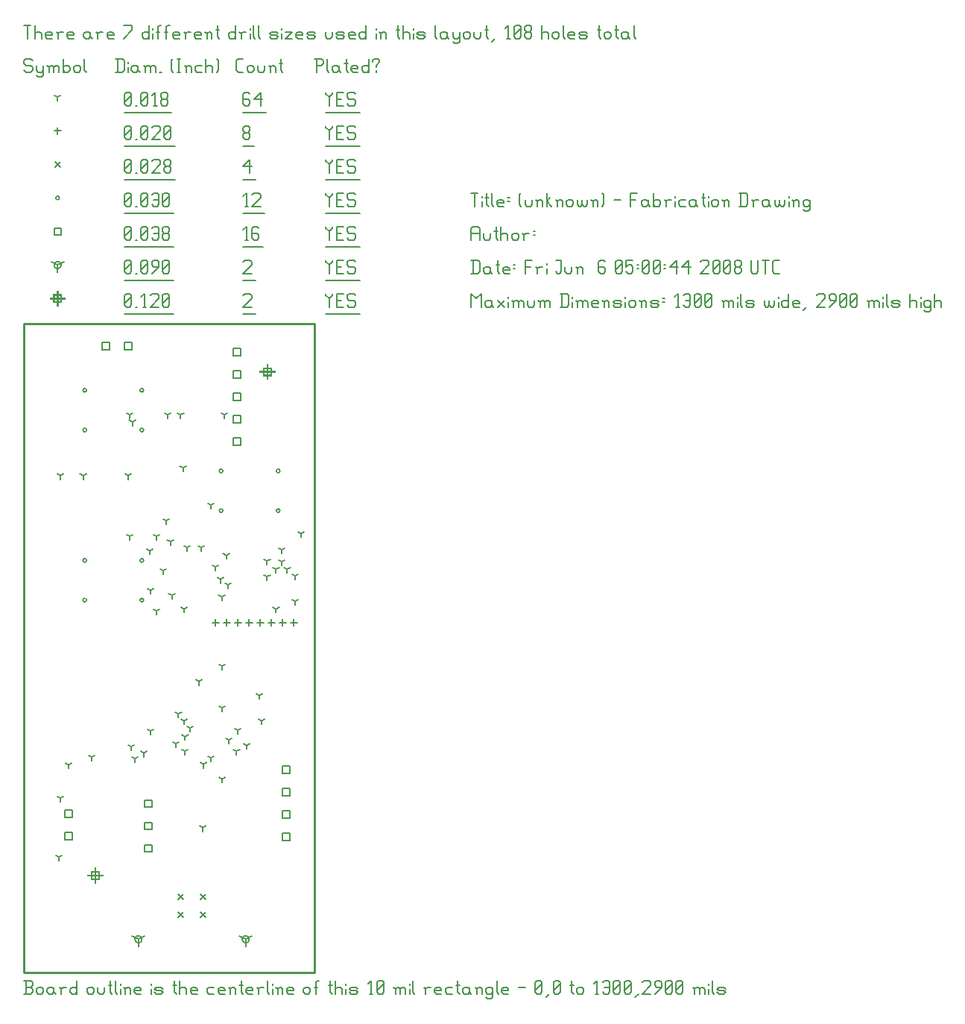
<source format=gbr>
G04 start of page 9 for group -3984 idx -3984
G04 Title: (unknown), fab *
G04 Creator: pcb 20080202 *
G04 CreationDate: Fri Jun  6 05:00:44 2008 UTC *
G04 For: sean *
G04 Format: Gerber/RS-274X *
G04 PCB-Dimensions: 130000 290000 *
G04 PCB-Coordinate-Origin: lower left *
%MOIN*%
%FSLAX24Y24*%
%LNFAB*%
%ADD11C,0.0100*%
%ADD50R,0.0080X0.0080*%
%ADD51C,0.0060*%
G54D50*X3190Y4660D02*Y4020D01*
X2870Y4340D02*X3510D01*
X3030Y4500D02*X3350D01*
X3030D02*Y4180D01*
X3350D01*
Y4500D02*Y4180D01*
X10890Y27170D02*Y26530D01*
X10570Y26850D02*X11210D01*
X10730Y27010D02*X11050D01*
X10730D02*Y26690D01*
X11050D01*
Y27010D02*Y26690D01*
X1500Y30445D02*Y29805D01*
X1180Y30125D02*X1820D01*
X1340Y30285D02*X1660D01*
X1340D02*Y29965D01*
X1660D01*
Y30285D02*Y29965D01*
G54D51*X13500Y30350D02*Y30275D01*
X13650Y30125D01*
X13800Y30275D01*
Y30350D02*Y30275D01*
X13650Y30125D02*Y29750D01*
X13980Y30050D02*X14205D01*
X13980Y29750D02*X14280D01*
X13980Y30350D02*Y29750D01*
Y30350D02*X14280D01*
X14760D02*X14835Y30275D01*
X14535Y30350D02*X14760D01*
X14460Y30275D02*X14535Y30350D01*
X14460Y30275D02*Y30125D01*
X14535Y30050D01*
X14760D01*
X14835Y29975D01*
Y29825D01*
X14760Y29750D02*X14835Y29825D01*
X14535Y29750D02*X14760D01*
X14460Y29825D02*X14535Y29750D01*
X13500Y29424D02*X15015D01*
X9800Y30275D02*X9875Y30350D01*
X10100D01*
X10175Y30275D01*
Y30125D01*
X9800Y29750D02*X10175Y30125D01*
X9800Y29750D02*X10175D01*
X9800Y29424D02*X10355D01*
X4500Y29825D02*X4575Y29750D01*
X4500Y30275D02*Y29825D01*
Y30275D02*X4575Y30350D01*
X4725D01*
X4800Y30275D01*
Y29825D01*
X4725Y29750D02*X4800Y29825D01*
X4575Y29750D02*X4725D01*
X4500Y29900D02*X4800Y30200D01*
X4980Y29750D02*X5055D01*
X5310D02*X5460D01*
X5385Y30350D02*Y29750D01*
X5235Y30200D02*X5385Y30350D01*
X5640Y30275D02*X5715Y30350D01*
X5940D01*
X6015Y30275D01*
Y30125D01*
X5640Y29750D02*X6015Y30125D01*
X5640Y29750D02*X6015D01*
X6195Y29825D02*X6270Y29750D01*
X6195Y30275D02*Y29825D01*
Y30275D02*X6270Y30350D01*
X6420D01*
X6495Y30275D01*
Y29825D01*
X6420Y29750D02*X6495Y29825D01*
X6270Y29750D02*X6420D01*
X6195Y29900D02*X6495Y30200D01*
X4500Y29424D02*X6675D01*
X9910Y1490D02*Y1170D01*
Y1490D02*X10187Y1650D01*
X9910Y1490D02*X9632Y1650D01*
X9750Y1490D02*G75*G03X10070Y1490I160J0D01*G01*
G75*G03X9750Y1490I-160J0D01*G01*
X5110D02*Y1170D01*
Y1490D02*X5387Y1650D01*
X5110Y1490D02*X4832Y1650D01*
X4950Y1490D02*G75*G03X5270Y1490I160J0D01*G01*
G75*G03X4950Y1490I-160J0D01*G01*
X1500Y31625D02*Y31305D01*
Y31625D02*X1777Y31785D01*
X1500Y31625D02*X1222Y31785D01*
X1340Y31625D02*G75*G03X1660Y31625I160J0D01*G01*
G75*G03X1340Y31625I-160J0D01*G01*
X13500Y31850D02*Y31775D01*
X13650Y31625D01*
X13800Y31775D01*
Y31850D02*Y31775D01*
X13650Y31625D02*Y31250D01*
X13980Y31550D02*X14205D01*
X13980Y31250D02*X14280D01*
X13980Y31850D02*Y31250D01*
Y31850D02*X14280D01*
X14760D02*X14835Y31775D01*
X14535Y31850D02*X14760D01*
X14460Y31775D02*X14535Y31850D01*
X14460Y31775D02*Y31625D01*
X14535Y31550D01*
X14760D01*
X14835Y31475D01*
Y31325D01*
X14760Y31250D02*X14835Y31325D01*
X14535Y31250D02*X14760D01*
X14460Y31325D02*X14535Y31250D01*
X13500Y30924D02*X15015D01*
X9800Y31775D02*X9875Y31850D01*
X10100D01*
X10175Y31775D01*
Y31625D01*
X9800Y31250D02*X10175Y31625D01*
X9800Y31250D02*X10175D01*
X9800Y30924D02*X10355D01*
X4500Y31325D02*X4575Y31250D01*
X4500Y31775D02*Y31325D01*
Y31775D02*X4575Y31850D01*
X4725D01*
X4800Y31775D01*
Y31325D01*
X4725Y31250D02*X4800Y31325D01*
X4575Y31250D02*X4725D01*
X4500Y31400D02*X4800Y31700D01*
X4980Y31250D02*X5055D01*
X5235Y31325D02*X5310Y31250D01*
X5235Y31775D02*Y31325D01*
Y31775D02*X5310Y31850D01*
X5460D01*
X5535Y31775D01*
Y31325D01*
X5460Y31250D02*X5535Y31325D01*
X5310Y31250D02*X5460D01*
X5235Y31400D02*X5535Y31700D01*
X5715Y31250D02*X6015Y31550D01*
Y31775D02*Y31550D01*
X5940Y31850D02*X6015Y31775D01*
X5790Y31850D02*X5940D01*
X5715Y31775D02*X5790Y31850D01*
X5715Y31775D02*Y31625D01*
X5790Y31550D01*
X6015D01*
X6195Y31325D02*X6270Y31250D01*
X6195Y31775D02*Y31325D01*
Y31775D02*X6270Y31850D01*
X6420D01*
X6495Y31775D01*
Y31325D01*
X6420Y31250D02*X6495Y31325D01*
X6270Y31250D02*X6420D01*
X6195Y31400D02*X6495Y31700D01*
X4500Y30924D02*X6675D01*
X5400Y7710D02*X5720D01*
X5400D02*Y7390D01*
X5720D01*
Y7710D02*Y7390D01*
X5400Y6710D02*X5720D01*
X5400D02*Y6390D01*
X5720D01*
Y6710D02*Y6390D01*
X5400Y5710D02*X5720D01*
X5400D02*Y5390D01*
X5720D01*
Y5710D02*Y5390D01*
X1830Y7270D02*X2150D01*
X1830D02*Y6950D01*
X2150D01*
Y7270D02*Y6950D01*
X1830Y6270D02*X2150D01*
X1830D02*Y5950D01*
X2150D01*
Y6270D02*Y5950D01*
X9370Y27900D02*X9690D01*
X9370D02*Y27580D01*
X9690D01*
Y27900D02*Y27580D01*
X9370Y26900D02*X9690D01*
X9370D02*Y26580D01*
X9690D01*
Y26900D02*Y26580D01*
X9370Y25900D02*X9690D01*
X9370D02*Y25580D01*
X9690D01*
Y25900D02*Y25580D01*
X9370Y24900D02*X9690D01*
X9370D02*Y24580D01*
X9690D01*
Y24900D02*Y24580D01*
X9370Y23900D02*X9690D01*
X9370D02*Y23580D01*
X9690D01*
Y23900D02*Y23580D01*
X11570Y9240D02*X11890D01*
X11570D02*Y8920D01*
X11890D01*
Y9240D02*Y8920D01*
X11570Y8240D02*X11890D01*
X11570D02*Y7920D01*
X11890D01*
Y8240D02*Y7920D01*
X11570Y7240D02*X11890D01*
X11570D02*Y6920D01*
X11890D01*
Y7240D02*Y6920D01*
X11570Y6240D02*X11890D01*
X11570D02*Y5920D01*
X11890D01*
Y6240D02*Y5920D01*
X3490Y28170D02*X3810D01*
X3490D02*Y27850D01*
X3810D01*
Y28170D02*Y27850D01*
X4490Y28170D02*X4810D01*
X4490D02*Y27850D01*
X4810D01*
Y28170D02*Y27850D01*
X1340Y33285D02*X1660D01*
X1340D02*Y32965D01*
X1660D01*
Y33285D02*Y32965D01*
X13500Y33350D02*Y33275D01*
X13650Y33125D01*
X13800Y33275D01*
Y33350D02*Y33275D01*
X13650Y33125D02*Y32750D01*
X13980Y33050D02*X14205D01*
X13980Y32750D02*X14280D01*
X13980Y33350D02*Y32750D01*
Y33350D02*X14280D01*
X14760D02*X14835Y33275D01*
X14535Y33350D02*X14760D01*
X14460Y33275D02*X14535Y33350D01*
X14460Y33275D02*Y33125D01*
X14535Y33050D01*
X14760D01*
X14835Y32975D01*
Y32825D01*
X14760Y32750D02*X14835Y32825D01*
X14535Y32750D02*X14760D01*
X14460Y32825D02*X14535Y32750D01*
X13500Y32424D02*X15015D01*
X9875Y32750D02*X10025D01*
X9950Y33350D02*Y32750D01*
X9800Y33200D02*X9950Y33350D01*
X10430D02*X10505Y33275D01*
X10280Y33350D02*X10430D01*
X10205Y33275D02*X10280Y33350D01*
X10205Y33275D02*Y32825D01*
X10280Y32750D01*
X10430Y33050D02*X10505Y32975D01*
X10205Y33050D02*X10430D01*
X10280Y32750D02*X10430D01*
X10505Y32825D01*
Y32975D02*Y32825D01*
X9800Y32424D02*X10685D01*
X4500Y32825D02*X4575Y32750D01*
X4500Y33275D02*Y32825D01*
Y33275D02*X4575Y33350D01*
X4725D01*
X4800Y33275D01*
Y32825D01*
X4725Y32750D02*X4800Y32825D01*
X4575Y32750D02*X4725D01*
X4500Y32900D02*X4800Y33200D01*
X4980Y32750D02*X5055D01*
X5235Y32825D02*X5310Y32750D01*
X5235Y33275D02*Y32825D01*
Y33275D02*X5310Y33350D01*
X5460D01*
X5535Y33275D01*
Y32825D01*
X5460Y32750D02*X5535Y32825D01*
X5310Y32750D02*X5460D01*
X5235Y32900D02*X5535Y33200D01*
X5715Y33275D02*X5790Y33350D01*
X5940D01*
X6015Y33275D01*
Y32825D01*
X5940Y32750D02*X6015Y32825D01*
X5790Y32750D02*X5940D01*
X5715Y32825D02*X5790Y32750D01*
Y33050D02*X6015D01*
X6195Y32825D02*X6270Y32750D01*
X6195Y32975D02*Y32825D01*
Y32975D02*X6270Y33050D01*
X6420D01*
X6495Y32975D01*
Y32825D01*
X6420Y32750D02*X6495Y32825D01*
X6270Y32750D02*X6420D01*
X6195Y33125D02*X6270Y33050D01*
X6195Y33275D02*Y33125D01*
Y33275D02*X6270Y33350D01*
X6420D01*
X6495Y33275D01*
Y33125D01*
X6420Y33050D02*X6495Y33125D01*
X4500Y32424D02*X6675D01*
X8730Y22423D02*G75*G03X8890Y22423I80J0D01*G01*
G75*G03X8730Y22423I-80J0D01*G01*
X11289D02*G75*G03X11449Y22423I80J0D01*G01*
G75*G03X11289Y22423I-80J0D01*G01*
Y20652D02*G75*G03X11449Y20652I80J0D01*G01*
G75*G03X11289Y20652I-80J0D01*G01*
X8730D02*G75*G03X8890Y20652I80J0D01*G01*
G75*G03X8730Y20652I-80J0D01*G01*
X2630Y26025D02*G75*G03X2790Y26025I80J0D01*G01*
G75*G03X2630Y26025I-80J0D01*G01*
X5189D02*G75*G03X5349Y26025I80J0D01*G01*
G75*G03X5189Y26025I-80J0D01*G01*
Y24254D02*G75*G03X5349Y24254I80J0D01*G01*
G75*G03X5189Y24254I-80J0D01*G01*
X2630D02*G75*G03X2790Y24254I80J0D01*G01*
G75*G03X2630Y24254I-80J0D01*G01*
X2631Y18423D02*G75*G03X2791Y18423I80J0D01*G01*
G75*G03X2631Y18423I-80J0D01*G01*
X5190D02*G75*G03X5350Y18423I80J0D01*G01*
G75*G03X5190Y18423I-80J0D01*G01*
Y16652D02*G75*G03X5350Y16652I80J0D01*G01*
G75*G03X5190Y16652I-80J0D01*G01*
X2631D02*G75*G03X2791Y16652I80J0D01*G01*
G75*G03X2631Y16652I-80J0D01*G01*
X1420Y34625D02*G75*G03X1580Y34625I80J0D01*G01*
G75*G03X1420Y34625I-80J0D01*G01*
X13500Y34850D02*Y34775D01*
X13650Y34625D01*
X13800Y34775D01*
Y34850D02*Y34775D01*
X13650Y34625D02*Y34250D01*
X13980Y34550D02*X14205D01*
X13980Y34250D02*X14280D01*
X13980Y34850D02*Y34250D01*
Y34850D02*X14280D01*
X14760D02*X14835Y34775D01*
X14535Y34850D02*X14760D01*
X14460Y34775D02*X14535Y34850D01*
X14460Y34775D02*Y34625D01*
X14535Y34550D01*
X14760D01*
X14835Y34475D01*
Y34325D01*
X14760Y34250D02*X14835Y34325D01*
X14535Y34250D02*X14760D01*
X14460Y34325D02*X14535Y34250D01*
X13500Y33924D02*X15015D01*
X9875Y34250D02*X10025D01*
X9950Y34850D02*Y34250D01*
X9800Y34700D02*X9950Y34850D01*
X10205Y34775D02*X10280Y34850D01*
X10505D01*
X10580Y34775D01*
Y34625D01*
X10205Y34250D02*X10580Y34625D01*
X10205Y34250D02*X10580D01*
X9800Y33924D02*X10760D01*
X4500Y34325D02*X4575Y34250D01*
X4500Y34775D02*Y34325D01*
Y34775D02*X4575Y34850D01*
X4725D01*
X4800Y34775D01*
Y34325D01*
X4725Y34250D02*X4800Y34325D01*
X4575Y34250D02*X4725D01*
X4500Y34400D02*X4800Y34700D01*
X4980Y34250D02*X5055D01*
X5235Y34325D02*X5310Y34250D01*
X5235Y34775D02*Y34325D01*
Y34775D02*X5310Y34850D01*
X5460D01*
X5535Y34775D01*
Y34325D01*
X5460Y34250D02*X5535Y34325D01*
X5310Y34250D02*X5460D01*
X5235Y34400D02*X5535Y34700D01*
X5715Y34775D02*X5790Y34850D01*
X5940D01*
X6015Y34775D01*
Y34325D01*
X5940Y34250D02*X6015Y34325D01*
X5790Y34250D02*X5940D01*
X5715Y34325D02*X5790Y34250D01*
Y34550D02*X6015D01*
X6195Y34325D02*X6270Y34250D01*
X6195Y34775D02*Y34325D01*
Y34775D02*X6270Y34850D01*
X6420D01*
X6495Y34775D01*
Y34325D01*
X6420Y34250D02*X6495Y34325D01*
X6270Y34250D02*X6420D01*
X6195Y34400D02*X6495Y34700D01*
X4500Y33924D02*X6675D01*
X7890Y3510D02*X8130Y3270D01*
X7890D02*X8130Y3510D01*
X6890D02*X7130Y3270D01*
X6890D02*X7130Y3510D01*
X6890Y2710D02*X7130Y2470D01*
X6890D02*X7130Y2710D01*
X7890D02*X8130Y2470D01*
X7890D02*X8130Y2710D01*
X1380Y36245D02*X1620Y36005D01*
X1380D02*X1620Y36245D01*
X13500Y36350D02*Y36275D01*
X13650Y36125D01*
X13800Y36275D01*
Y36350D02*Y36275D01*
X13650Y36125D02*Y35750D01*
X13980Y36050D02*X14205D01*
X13980Y35750D02*X14280D01*
X13980Y36350D02*Y35750D01*
Y36350D02*X14280D01*
X14760D02*X14835Y36275D01*
X14535Y36350D02*X14760D01*
X14460Y36275D02*X14535Y36350D01*
X14460Y36275D02*Y36125D01*
X14535Y36050D01*
X14760D01*
X14835Y35975D01*
Y35825D01*
X14760Y35750D02*X14835Y35825D01*
X14535Y35750D02*X14760D01*
X14460Y35825D02*X14535Y35750D01*
X13500Y35424D02*X15015D01*
X9800Y36050D02*X10100Y36350D01*
X9800Y36050D02*X10175D01*
X10100Y36350D02*Y35750D01*
X9800Y35424D02*X10355D01*
X4500Y35825D02*X4575Y35750D01*
X4500Y36275D02*Y35825D01*
Y36275D02*X4575Y36350D01*
X4725D01*
X4800Y36275D01*
Y35825D01*
X4725Y35750D02*X4800Y35825D01*
X4575Y35750D02*X4725D01*
X4500Y35900D02*X4800Y36200D01*
X4980Y35750D02*X5055D01*
X5235Y35825D02*X5310Y35750D01*
X5235Y36275D02*Y35825D01*
Y36275D02*X5310Y36350D01*
X5460D01*
X5535Y36275D01*
Y35825D01*
X5460Y35750D02*X5535Y35825D01*
X5310Y35750D02*X5460D01*
X5235Y35900D02*X5535Y36200D01*
X5715Y36275D02*X5790Y36350D01*
X6015D01*
X6090Y36275D01*
Y36125D01*
X5715Y35750D02*X6090Y36125D01*
X5715Y35750D02*X6090D01*
X6270Y35825D02*X6345Y35750D01*
X6270Y35975D02*Y35825D01*
Y35975D02*X6345Y36050D01*
X6495D01*
X6570Y35975D01*
Y35825D01*
X6495Y35750D02*X6570Y35825D01*
X6345Y35750D02*X6495D01*
X6270Y36125D02*X6345Y36050D01*
X6270Y36275D02*Y36125D01*
Y36275D02*X6345Y36350D01*
X6495D01*
X6570Y36275D01*
Y36125D01*
X6495Y36050D02*X6570Y36125D01*
X4500Y35424D02*X6750D01*
X8570Y15810D02*Y15490D01*
X8410Y15650D02*X8730D01*
X9070Y15810D02*Y15490D01*
X8910Y15650D02*X9230D01*
X9570Y15810D02*Y15490D01*
X9410Y15650D02*X9730D01*
X10070Y15810D02*Y15490D01*
X9910Y15650D02*X10230D01*
X10570Y15810D02*Y15490D01*
X10410Y15650D02*X10730D01*
X11070Y15810D02*Y15490D01*
X10910Y15650D02*X11230D01*
X11570Y15810D02*Y15490D01*
X11410Y15650D02*X11730D01*
X12070Y15810D02*Y15490D01*
X11910Y15650D02*X12230D01*
X1500Y37785D02*Y37465D01*
X1340Y37625D02*X1660D01*
X13500Y37850D02*Y37775D01*
X13650Y37625D01*
X13800Y37775D01*
Y37850D02*Y37775D01*
X13650Y37625D02*Y37250D01*
X13980Y37550D02*X14205D01*
X13980Y37250D02*X14280D01*
X13980Y37850D02*Y37250D01*
Y37850D02*X14280D01*
X14760D02*X14835Y37775D01*
X14535Y37850D02*X14760D01*
X14460Y37775D02*X14535Y37850D01*
X14460Y37775D02*Y37625D01*
X14535Y37550D01*
X14760D01*
X14835Y37475D01*
Y37325D01*
X14760Y37250D02*X14835Y37325D01*
X14535Y37250D02*X14760D01*
X14460Y37325D02*X14535Y37250D01*
X13500Y36924D02*X15015D01*
X9800Y37325D02*X9875Y37250D01*
X9800Y37475D02*Y37325D01*
Y37475D02*X9875Y37550D01*
X10025D01*
X10100Y37475D01*
Y37325D01*
X10025Y37250D02*X10100Y37325D01*
X9875Y37250D02*X10025D01*
X9800Y37625D02*X9875Y37550D01*
X9800Y37775D02*Y37625D01*
Y37775D02*X9875Y37850D01*
X10025D01*
X10100Y37775D01*
Y37625D01*
X10025Y37550D02*X10100Y37625D01*
X9800Y36924D02*X10280D01*
X4500Y37325D02*X4575Y37250D01*
X4500Y37775D02*Y37325D01*
Y37775D02*X4575Y37850D01*
X4725D01*
X4800Y37775D01*
Y37325D01*
X4725Y37250D02*X4800Y37325D01*
X4575Y37250D02*X4725D01*
X4500Y37400D02*X4800Y37700D01*
X4980Y37250D02*X5055D01*
X5235Y37325D02*X5310Y37250D01*
X5235Y37775D02*Y37325D01*
Y37775D02*X5310Y37850D01*
X5460D01*
X5535Y37775D01*
Y37325D01*
X5460Y37250D02*X5535Y37325D01*
X5310Y37250D02*X5460D01*
X5235Y37400D02*X5535Y37700D01*
X5715Y37775D02*X5790Y37850D01*
X6015D01*
X6090Y37775D01*
Y37625D01*
X5715Y37250D02*X6090Y37625D01*
X5715Y37250D02*X6090D01*
X6270Y37325D02*X6345Y37250D01*
X6270Y37775D02*Y37325D01*
Y37775D02*X6345Y37850D01*
X6495D01*
X6570Y37775D01*
Y37325D01*
X6495Y37250D02*X6570Y37325D01*
X6345Y37250D02*X6495D01*
X6270Y37400D02*X6570Y37700D01*
X4500Y36924D02*X6750D01*
X7418Y10929D02*Y10769D01*
Y10929D02*X7557Y11009D01*
X7418Y10929D02*X7280Y11009D01*
X6610Y16870D02*Y16710D01*
Y16870D02*X6748Y16950D01*
X6610Y16870D02*X6471Y16950D01*
X4945Y9565D02*Y9405D01*
Y9565D02*X5083Y9645D01*
X4945Y9565D02*X4806Y9645D01*
X12380Y19620D02*Y19460D01*
Y19620D02*X12518Y19700D01*
X12380Y19620D02*X12241Y19700D01*
X12111Y16589D02*Y16429D01*
Y16589D02*X12249Y16669D01*
X12111Y16589D02*X11972Y16669D01*
X12111Y17734D02*Y17574D01*
Y17734D02*X12249Y17814D01*
X12111Y17734D02*X11972Y17814D01*
X10869Y17708D02*Y17548D01*
Y17708D02*X11008Y17788D01*
X10869Y17708D02*X10731Y17788D01*
X10869Y18400D02*Y18240D01*
Y18400D02*X11008Y18480D01*
X10869Y18400D02*X10731Y18480D01*
X9040Y18650D02*Y18490D01*
Y18650D02*X9178Y18730D01*
X9040Y18650D02*X8901Y18730D01*
X11268Y16250D02*Y16090D01*
Y16250D02*X11407Y16330D01*
X11268Y16250D02*X11129Y16330D01*
X11769Y18028D02*Y17868D01*
Y18028D02*X11908Y18108D01*
X11769Y18028D02*X11631Y18108D01*
X11268Y18028D02*Y17868D01*
Y18028D02*X11407Y18108D01*
X11268Y18028D02*X11129Y18108D01*
X11518Y18374D02*Y18214D01*
Y18374D02*X11657Y18454D01*
X11518Y18374D02*X11380Y18454D01*
X11518Y18900D02*Y18740D01*
Y18900D02*X11657Y18980D01*
X11518Y18900D02*X11380Y18980D01*
X8800Y17579D02*Y17419D01*
Y17579D02*X8938Y17659D01*
X8800Y17579D02*X8661Y17659D01*
X9120Y17329D02*Y17169D01*
Y17329D02*X9258Y17409D01*
X9120Y17329D02*X8981Y17409D01*
X4730Y19490D02*Y19330D01*
Y19490D02*X4868Y19570D01*
X4730Y19490D02*X4591Y19570D01*
X7825Y13015D02*Y12855D01*
Y13015D02*X7963Y13095D01*
X7825Y13015D02*X7686Y13095D01*
X10620Y11253D02*Y11093D01*
Y11253D02*X10758Y11333D01*
X10620Y11253D02*X10481Y11333D01*
X9502Y9900D02*Y9740D01*
Y9900D02*X9641Y9980D01*
X9502Y9900D02*X9364Y9980D01*
X8850Y8650D02*Y8490D01*
Y8650D02*X8988Y8730D01*
X8850Y8650D02*X8711Y8730D01*
X8863Y11830D02*Y11670D01*
Y11830D02*X9002Y11910D01*
X8863Y11830D02*X8725Y11910D01*
X8863Y13696D02*Y13536D01*
Y13696D02*X9002Y13776D01*
X8863Y13696D02*X8725Y13776D01*
X9549Y10837D02*Y10677D01*
Y10837D02*X9688Y10917D01*
X9549Y10837D02*X9411Y10917D01*
X5619Y18853D02*Y18693D01*
Y18853D02*X5758Y18933D01*
X5619Y18853D02*X5481Y18933D01*
X5665Y17082D02*Y16922D01*
Y17082D02*X5803Y17162D01*
X5665Y17082D02*X5526Y17162D01*
X5665Y10804D02*Y10644D01*
Y10804D02*X5803Y10884D01*
X5665Y10804D02*X5526Y10884D01*
X8839Y16800D02*Y16640D01*
Y16800D02*X8978Y16880D01*
X8839Y16800D02*X8700Y16880D01*
X5915Y16165D02*Y16005D01*
Y16165D02*X6053Y16245D01*
X5915Y16165D02*X5776Y16245D01*
X6540Y19260D02*Y19100D01*
Y19260D02*X6678Y19340D01*
X6540Y19260D02*X6401Y19340D01*
X3020Y9637D02*Y9477D01*
Y9637D02*X3158Y9717D01*
X3020Y9637D02*X2881Y9717D01*
X4839Y24614D02*Y24454D01*
Y24614D02*X4978Y24694D01*
X4839Y24614D02*X4701Y24694D01*
X1991Y9285D02*Y9125D01*
Y9285D02*X2129Y9365D01*
X1991Y9285D02*X1852Y9365D01*
X4719Y24934D02*Y24774D01*
Y24934D02*X4858Y25014D01*
X4719Y24934D02*X4581Y25014D01*
X10526Y12385D02*Y12225D01*
Y12385D02*X10665Y12465D01*
X10526Y12385D02*X10387Y12465D01*
X9949Y10150D02*Y9990D01*
Y10150D02*X10088Y10230D01*
X9949Y10150D02*X9811Y10230D01*
X8348Y9595D02*Y9435D01*
Y9595D02*X8487Y9675D01*
X8348Y9595D02*X8210Y9675D01*
X7995Y6480D02*Y6320D01*
Y6480D02*X8133Y6560D01*
X7995Y6480D02*X7856Y6560D01*
X6904Y11570D02*Y11410D01*
Y11570D02*X7043Y11650D01*
X6904Y11570D02*X6765Y11650D01*
X8550Y18128D02*Y17968D01*
Y18128D02*X8688Y18208D01*
X8550Y18128D02*X8411Y18208D01*
X5919Y19490D02*Y19330D01*
Y19490D02*X6058Y19570D01*
X5919Y19490D02*X5781Y19570D01*
X7158Y16255D02*Y16095D01*
Y16255D02*X7297Y16335D01*
X7158Y16255D02*X7020Y16335D01*
X7158Y11250D02*Y11090D01*
Y11250D02*X7297Y11330D01*
X7158Y11250D02*X7020Y11330D01*
X7205Y10554D02*Y10394D01*
Y10554D02*X7343Y10634D01*
X7205Y10554D02*X7066Y10634D01*
X7180Y9901D02*Y9741D01*
Y9901D02*X7318Y9981D01*
X7180Y9901D02*X7041Y9981D01*
X6795Y10224D02*Y10064D01*
Y10224D02*X6933Y10304D01*
X6795Y10224D02*X6656Y10304D01*
X4658Y22211D02*Y22051D01*
Y22211D02*X4797Y22291D01*
X4658Y22211D02*X4520Y22291D01*
X2643Y22211D02*Y22051D01*
Y22211D02*X2782Y22291D01*
X2643Y22211D02*X2504Y22291D01*
X1615Y22211D02*Y22051D01*
Y22211D02*X1754Y22291D01*
X1615Y22211D02*X1476Y22291D01*
X1615Y7790D02*Y7630D01*
Y7790D02*X1754Y7870D01*
X1615Y7790D02*X1476Y7870D01*
X1560Y5170D02*Y5010D01*
Y5170D02*X1698Y5250D01*
X1560Y5170D02*X1421Y5250D01*
X8028Y9312D02*Y9152D01*
Y9312D02*X8166Y9392D01*
X8028Y9312D02*X7889Y9392D01*
X6345Y20189D02*Y20029D01*
Y20189D02*X6483Y20269D01*
X6345Y20189D02*X6206Y20269D01*
X6430Y24926D02*Y24766D01*
Y24926D02*X6568Y25006D01*
X6430Y24926D02*X6291Y25006D01*
X7001Y24926D02*Y24766D01*
Y24926D02*X7140Y25006D01*
X7001Y24926D02*X6863Y25006D01*
X8954Y24926D02*Y24766D01*
Y24926D02*X9092Y25006D01*
X8954Y24926D02*X8815Y25006D01*
X8365Y20902D02*Y20742D01*
Y20902D02*X8503Y20982D01*
X8365Y20902D02*X8226Y20982D01*
X7290Y18990D02*Y18830D01*
Y18990D02*X7428Y19070D01*
X7290Y18990D02*X7151Y19070D01*
X7920Y18989D02*Y18829D01*
Y18989D02*X8058Y19069D01*
X7920Y18989D02*X7781Y19069D01*
X9150Y10400D02*Y10240D01*
Y10400D02*X9288Y10480D01*
X9150Y10400D02*X9011Y10480D01*
X4780Y10107D02*Y9947D01*
Y10107D02*X4918Y10187D01*
X4780Y10107D02*X4641Y10187D01*
X5365Y9815D02*Y9655D01*
Y9815D02*X5503Y9895D01*
X5365Y9815D02*X5226Y9895D01*
X7110Y22573D02*Y22413D01*
Y22573D02*X7248Y22653D01*
X7110Y22573D02*X6971Y22653D01*
X6230Y17970D02*Y17810D01*
Y17970D02*X6368Y18050D01*
X6230Y17970D02*X6091Y18050D01*
X1500Y39125D02*Y38965D01*
Y39125D02*X1638Y39205D01*
X1500Y39125D02*X1361Y39205D01*
X13500Y39350D02*Y39275D01*
X13650Y39125D01*
X13800Y39275D01*
Y39350D02*Y39275D01*
X13650Y39125D02*Y38750D01*
X13980Y39050D02*X14205D01*
X13980Y38750D02*X14280D01*
X13980Y39350D02*Y38750D01*
Y39350D02*X14280D01*
X14760D02*X14835Y39275D01*
X14535Y39350D02*X14760D01*
X14460Y39275D02*X14535Y39350D01*
X14460Y39275D02*Y39125D01*
X14535Y39050D01*
X14760D01*
X14835Y38975D01*
Y38825D01*
X14760Y38750D02*X14835Y38825D01*
X14535Y38750D02*X14760D01*
X14460Y38825D02*X14535Y38750D01*
X13500Y38424D02*X15015D01*
X10025Y39350D02*X10100Y39275D01*
X9875Y39350D02*X10025D01*
X9800Y39275D02*X9875Y39350D01*
X9800Y39275D02*Y38825D01*
X9875Y38750D01*
X10025Y39050D02*X10100Y38975D01*
X9800Y39050D02*X10025D01*
X9875Y38750D02*X10025D01*
X10100Y38825D01*
Y38975D02*Y38825D01*
X10280Y39050D02*X10580Y39350D01*
X10280Y39050D02*X10655D01*
X10580Y39350D02*Y38750D01*
X9800Y38424D02*X10835D01*
X4500Y38825D02*X4575Y38750D01*
X4500Y39275D02*Y38825D01*
Y39275D02*X4575Y39350D01*
X4725D01*
X4800Y39275D01*
Y38825D01*
X4725Y38750D02*X4800Y38825D01*
X4575Y38750D02*X4725D01*
X4500Y38900D02*X4800Y39200D01*
X4980Y38750D02*X5055D01*
X5235Y38825D02*X5310Y38750D01*
X5235Y39275D02*Y38825D01*
Y39275D02*X5310Y39350D01*
X5460D01*
X5535Y39275D01*
Y38825D01*
X5460Y38750D02*X5535Y38825D01*
X5310Y38750D02*X5460D01*
X5235Y38900D02*X5535Y39200D01*
X5790Y38750D02*X5940D01*
X5865Y39350D02*Y38750D01*
X5715Y39200D02*X5865Y39350D01*
X6120Y38825D02*X6195Y38750D01*
X6120Y38975D02*Y38825D01*
Y38975D02*X6195Y39050D01*
X6345D01*
X6420Y38975D01*
Y38825D01*
X6345Y38750D02*X6420Y38825D01*
X6195Y38750D02*X6345D01*
X6120Y39125D02*X6195Y39050D01*
X6120Y39275D02*Y39125D01*
Y39275D02*X6195Y39350D01*
X6345D01*
X6420Y39275D01*
Y39125D01*
X6345Y39050D02*X6420Y39125D01*
X4500Y38424D02*X6600D01*
X300Y40850D02*X375Y40775D01*
X75Y40850D02*X300D01*
X0Y40775D02*X75Y40850D01*
X0Y40775D02*Y40625D01*
X75Y40550D01*
X300D01*
X375Y40475D01*
Y40325D01*
X300Y40250D02*X375Y40325D01*
X75Y40250D02*X300D01*
X0Y40325D02*X75Y40250D01*
X555Y40550D02*Y40325D01*
X630Y40250D01*
X855Y40550D02*Y40100D01*
X780Y40025D02*X855Y40100D01*
X630Y40025D02*X780D01*
X555Y40100D02*X630Y40025D01*
Y40250D02*X780D01*
X855Y40325D01*
X1110Y40475D02*Y40250D01*
Y40475D02*X1185Y40550D01*
X1260D01*
X1335Y40475D01*
Y40250D01*
Y40475D02*X1410Y40550D01*
X1485D01*
X1560Y40475D01*
Y40250D01*
X1035Y40550D02*X1110Y40475D01*
X1740Y40850D02*Y40250D01*
Y40325D02*X1815Y40250D01*
X1965D01*
X2040Y40325D01*
Y40475D02*Y40325D01*
X1965Y40550D02*X2040Y40475D01*
X1815Y40550D02*X1965D01*
X1740Y40475D02*X1815Y40550D01*
X2220Y40475D02*Y40325D01*
Y40475D02*X2295Y40550D01*
X2445D01*
X2520Y40475D01*
Y40325D01*
X2445Y40250D02*X2520Y40325D01*
X2295Y40250D02*X2445D01*
X2220Y40325D02*X2295Y40250D01*
X2700Y40850D02*Y40325D01*
X2775Y40250D01*
X4175Y40850D02*Y40250D01*
X4400Y40850D02*X4475Y40775D01*
Y40325D01*
X4400Y40250D02*X4475Y40325D01*
X4100Y40250D02*X4400D01*
X4100Y40850D02*X4400D01*
X4655Y40700D02*Y40625D01*
Y40475D02*Y40250D01*
X5030Y40550D02*X5105Y40475D01*
X4880Y40550D02*X5030D01*
X4805Y40475D02*X4880Y40550D01*
X4805Y40475D02*Y40325D01*
X4880Y40250D01*
X5105Y40550D02*Y40325D01*
X5180Y40250D01*
X4880D02*X5030D01*
X5105Y40325D01*
X5435Y40475D02*Y40250D01*
Y40475D02*X5510Y40550D01*
X5585D01*
X5660Y40475D01*
Y40250D01*
Y40475D02*X5735Y40550D01*
X5810D01*
X5885Y40475D01*
Y40250D01*
X5360Y40550D02*X5435Y40475D01*
X6065Y40250D02*X6140D01*
X6590Y40325D02*X6665Y40250D01*
X6590Y40775D02*X6665Y40850D01*
X6590Y40775D02*Y40325D01*
X6845Y40850D02*X6995D01*
X6920D02*Y40250D01*
X6845D02*X6995D01*
X7251Y40475D02*Y40250D01*
Y40475D02*X7326Y40550D01*
X7401D01*
X7476Y40475D01*
Y40250D01*
X7176Y40550D02*X7251Y40475D01*
X7731Y40550D02*X7956D01*
X7656Y40475D02*X7731Y40550D01*
X7656Y40475D02*Y40325D01*
X7731Y40250D01*
X7956D01*
X8136Y40850D02*Y40250D01*
Y40475D02*X8211Y40550D01*
X8361D01*
X8436Y40475D01*
Y40250D01*
X8616Y40850D02*X8691Y40775D01*
Y40325D01*
X8616Y40250D02*X8691Y40325D01*
X9575Y40250D02*X9800D01*
X9500Y40325D02*X9575Y40250D01*
X9500Y40775D02*Y40325D01*
Y40775D02*X9575Y40850D01*
X9800D01*
X9980Y40475D02*Y40325D01*
Y40475D02*X10055Y40550D01*
X10205D01*
X10280Y40475D01*
Y40325D01*
X10205Y40250D02*X10280Y40325D01*
X10055Y40250D02*X10205D01*
X9980Y40325D02*X10055Y40250D01*
X10460Y40550D02*Y40325D01*
X10535Y40250D01*
X10685D01*
X10760Y40325D01*
Y40550D02*Y40325D01*
X11015Y40475D02*Y40250D01*
Y40475D02*X11090Y40550D01*
X11165D01*
X11240Y40475D01*
Y40250D01*
X10940Y40550D02*X11015Y40475D01*
X11495Y40850D02*Y40325D01*
X11570Y40250D01*
X11420Y40625D02*X11570D01*
X13075Y40850D02*Y40250D01*
X13000Y40850D02*X13300D01*
X13375Y40775D01*
Y40625D01*
X13300Y40550D02*X13375Y40625D01*
X13075Y40550D02*X13300D01*
X13555Y40850D02*Y40325D01*
X13630Y40250D01*
X14005Y40550D02*X14080Y40475D01*
X13855Y40550D02*X14005D01*
X13780Y40475D02*X13855Y40550D01*
X13780Y40475D02*Y40325D01*
X13855Y40250D01*
X14080Y40550D02*Y40325D01*
X14155Y40250D01*
X13855D02*X14005D01*
X14080Y40325D01*
X14410Y40850D02*Y40325D01*
X14485Y40250D01*
X14335Y40625D02*X14485D01*
X14710Y40250D02*X14935D01*
X14635Y40325D02*X14710Y40250D01*
X14635Y40475D02*Y40325D01*
Y40475D02*X14710Y40550D01*
X14860D01*
X14935Y40475D01*
X14635Y40400D02*X14935D01*
Y40475D02*Y40400D01*
X15415Y40850D02*Y40250D01*
X15340D02*X15415Y40325D01*
X15190Y40250D02*X15340D01*
X15115Y40325D02*X15190Y40250D01*
X15115Y40475D02*Y40325D01*
Y40475D02*X15190Y40550D01*
X15340D01*
X15415Y40475D01*
X15745Y40550D02*Y40475D01*
Y40325D02*Y40250D01*
X15595Y40775D02*Y40700D01*
Y40775D02*X15670Y40850D01*
X15820D01*
X15895Y40775D01*
Y40700D01*
X15745Y40550D02*X15895Y40700D01*
X0Y42350D02*X300D01*
X150D02*Y41750D01*
X480Y42350D02*Y41750D01*
Y41975D02*X555Y42050D01*
X705D01*
X780Y41975D01*
Y41750D01*
X1035D02*X1260D01*
X960Y41825D02*X1035Y41750D01*
X960Y41975D02*Y41825D01*
Y41975D02*X1035Y42050D01*
X1185D01*
X1260Y41975D01*
X960Y41900D02*X1260D01*
Y41975D02*Y41900D01*
X1515Y41975D02*Y41750D01*
Y41975D02*X1590Y42050D01*
X1740D01*
X1440D02*X1515Y41975D01*
X1995Y41750D02*X2220D01*
X1920Y41825D02*X1995Y41750D01*
X1920Y41975D02*Y41825D01*
Y41975D02*X1995Y42050D01*
X2145D01*
X2220Y41975D01*
X1920Y41900D02*X2220D01*
Y41975D02*Y41900D01*
X2895Y42050D02*X2970Y41975D01*
X2745Y42050D02*X2895D01*
X2670Y41975D02*X2745Y42050D01*
X2670Y41975D02*Y41825D01*
X2745Y41750D01*
X2970Y42050D02*Y41825D01*
X3045Y41750D01*
X2745D02*X2895D01*
X2970Y41825D01*
X3300Y41975D02*Y41750D01*
Y41975D02*X3375Y42050D01*
X3525D01*
X3225D02*X3300Y41975D01*
X3781Y41750D02*X4006D01*
X3706Y41825D02*X3781Y41750D01*
X3706Y41975D02*Y41825D01*
Y41975D02*X3781Y42050D01*
X3931D01*
X4006Y41975D01*
X3706Y41900D02*X4006D01*
Y41975D02*Y41900D01*
X4456Y41750D02*X4831Y42125D01*
Y42350D02*Y42125D01*
X4456Y42350D02*X4831D01*
X5581D02*Y41750D01*
X5506D02*X5581Y41825D01*
X5356Y41750D02*X5506D01*
X5281Y41825D02*X5356Y41750D01*
X5281Y41975D02*Y41825D01*
Y41975D02*X5356Y42050D01*
X5506D01*
X5581Y41975D01*
X5761Y42200D02*Y42125D01*
Y41975D02*Y41750D01*
X5986Y42275D02*Y41750D01*
Y42275D02*X6061Y42350D01*
X6136D01*
X5911Y42050D02*X6061D01*
X6361Y42275D02*Y41750D01*
Y42275D02*X6436Y42350D01*
X6511D01*
X6286Y42050D02*X6436D01*
X6736Y41750D02*X6961D01*
X6661Y41825D02*X6736Y41750D01*
X6661Y41975D02*Y41825D01*
Y41975D02*X6736Y42050D01*
X6886D01*
X6961Y41975D01*
X6661Y41900D02*X6961D01*
Y41975D02*Y41900D01*
X7217Y41975D02*Y41750D01*
Y41975D02*X7292Y42050D01*
X7442D01*
X7142D02*X7217Y41975D01*
X7697Y41750D02*X7922D01*
X7622Y41825D02*X7697Y41750D01*
X7622Y41975D02*Y41825D01*
Y41975D02*X7697Y42050D01*
X7847D01*
X7922Y41975D01*
X7622Y41900D02*X7922D01*
Y41975D02*Y41900D01*
X8177Y41975D02*Y41750D01*
Y41975D02*X8252Y42050D01*
X8327D01*
X8402Y41975D01*
Y41750D01*
X8102Y42050D02*X8177Y41975D01*
X8657Y42350D02*Y41825D01*
X8732Y41750D01*
X8582Y42125D02*X8732D01*
X9452Y42350D02*Y41750D01*
X9377D02*X9452Y41825D01*
X9227Y41750D02*X9377D01*
X9152Y41825D02*X9227Y41750D01*
X9152Y41975D02*Y41825D01*
Y41975D02*X9227Y42050D01*
X9377D01*
X9452Y41975D01*
X9707D02*Y41750D01*
Y41975D02*X9782Y42050D01*
X9932D01*
X9632D02*X9707Y41975D01*
X10113Y42200D02*Y42125D01*
Y41975D02*Y41750D01*
X10263Y42350D02*Y41825D01*
X10338Y41750D01*
X10488Y42350D02*Y41825D01*
X10563Y41750D01*
X11058D02*X11283D01*
X11358Y41825D01*
X11283Y41900D02*X11358Y41825D01*
X11058Y41900D02*X11283D01*
X10983Y41975D02*X11058Y41900D01*
X10983Y41975D02*X11058Y42050D01*
X11283D01*
X11358Y41975D01*
X10983Y41825D02*X11058Y41750D01*
X11538Y42200D02*Y42125D01*
Y41975D02*Y41750D01*
X11688Y42050D02*X11988D01*
X11688Y41750D02*X11988Y42050D01*
X11688Y41750D02*X11988D01*
X12243D02*X12468D01*
X12168Y41825D02*X12243Y41750D01*
X12168Y41975D02*Y41825D01*
Y41975D02*X12243Y42050D01*
X12393D01*
X12468Y41975D01*
X12168Y41900D02*X12468D01*
Y41975D02*Y41900D01*
X12724Y41750D02*X12949D01*
X13024Y41825D01*
X12949Y41900D02*X13024Y41825D01*
X12724Y41900D02*X12949D01*
X12649Y41975D02*X12724Y41900D01*
X12649Y41975D02*X12724Y42050D01*
X12949D01*
X13024Y41975D01*
X12649Y41825D02*X12724Y41750D01*
X13474Y42050D02*Y41825D01*
X13549Y41750D01*
X13699D01*
X13774Y41825D01*
Y42050D02*Y41825D01*
X14029Y41750D02*X14254D01*
X14329Y41825D01*
X14254Y41900D02*X14329Y41825D01*
X14029Y41900D02*X14254D01*
X13954Y41975D02*X14029Y41900D01*
X13954Y41975D02*X14029Y42050D01*
X14254D01*
X14329Y41975D01*
X13954Y41825D02*X14029Y41750D01*
X14584D02*X14809D01*
X14509Y41825D02*X14584Y41750D01*
X14509Y41975D02*Y41825D01*
Y41975D02*X14584Y42050D01*
X14734D01*
X14809Y41975D01*
X14509Y41900D02*X14809D01*
Y41975D02*Y41900D01*
X15289Y42350D02*Y41750D01*
X15214D02*X15289Y41825D01*
X15064Y41750D02*X15214D01*
X14989Y41825D02*X15064Y41750D01*
X14989Y41975D02*Y41825D01*
Y41975D02*X15064Y42050D01*
X15214D01*
X15289Y41975D01*
X15739Y42200D02*Y42125D01*
Y41975D02*Y41750D01*
X15964Y41975D02*Y41750D01*
Y41975D02*X16039Y42050D01*
X16114D01*
X16189Y41975D01*
Y41750D01*
X15889Y42050D02*X15964Y41975D01*
X16715Y42350D02*Y41825D01*
X16790Y41750D01*
X16640Y42125D02*X16790D01*
X16940Y42350D02*Y41750D01*
Y41975D02*X17015Y42050D01*
X17165D01*
X17240Y41975D01*
Y41750D01*
X17420Y42200D02*Y42125D01*
Y41975D02*Y41750D01*
X17645D02*X17870D01*
X17945Y41825D01*
X17870Y41900D02*X17945Y41825D01*
X17645Y41900D02*X17870D01*
X17570Y41975D02*X17645Y41900D01*
X17570Y41975D02*X17645Y42050D01*
X17870D01*
X17945Y41975D01*
X17570Y41825D02*X17645Y41750D01*
X18395Y42350D02*Y41825D01*
X18470Y41750D01*
X18845Y42050D02*X18920Y41975D01*
X18695Y42050D02*X18845D01*
X18620Y41975D02*X18695Y42050D01*
X18620Y41975D02*Y41825D01*
X18695Y41750D01*
X18920Y42050D02*Y41825D01*
X18995Y41750D01*
X18695D02*X18845D01*
X18920Y41825D01*
X19176Y42050D02*Y41825D01*
X19251Y41750D01*
X19476Y42050D02*Y41600D01*
X19401Y41525D02*X19476Y41600D01*
X19251Y41525D02*X19401D01*
X19176Y41600D02*X19251Y41525D01*
Y41750D02*X19401D01*
X19476Y41825D01*
X19656Y41975D02*Y41825D01*
Y41975D02*X19731Y42050D01*
X19881D01*
X19956Y41975D01*
Y41825D01*
X19881Y41750D02*X19956Y41825D01*
X19731Y41750D02*X19881D01*
X19656Y41825D02*X19731Y41750D01*
X20136Y42050D02*Y41825D01*
X20211Y41750D01*
X20361D01*
X20436Y41825D01*
Y42050D02*Y41825D01*
X20691Y42350D02*Y41825D01*
X20766Y41750D01*
X20616Y42125D02*X20766D01*
X20916Y41600D02*X21066Y41750D01*
X21591D02*X21741D01*
X21666Y42350D02*Y41750D01*
X21516Y42200D02*X21666Y42350D01*
X21921Y41825D02*X21996Y41750D01*
X21921Y42275D02*Y41825D01*
Y42275D02*X21996Y42350D01*
X22146D01*
X22221Y42275D01*
Y41825D01*
X22146Y41750D02*X22221Y41825D01*
X21996Y41750D02*X22146D01*
X21921Y41900D02*X22221Y42200D01*
X22402Y41825D02*X22477Y41750D01*
X22402Y41975D02*Y41825D01*
Y41975D02*X22477Y42050D01*
X22627D01*
X22702Y41975D01*
Y41825D01*
X22627Y41750D02*X22702Y41825D01*
X22477Y41750D02*X22627D01*
X22402Y42125D02*X22477Y42050D01*
X22402Y42275D02*Y42125D01*
Y42275D02*X22477Y42350D01*
X22627D01*
X22702Y42275D01*
Y42125D01*
X22627Y42050D02*X22702Y42125D01*
X23152Y42350D02*Y41750D01*
Y41975D02*X23227Y42050D01*
X23377D01*
X23452Y41975D01*
Y41750D01*
X23632Y41975D02*Y41825D01*
Y41975D02*X23707Y42050D01*
X23857D01*
X23932Y41975D01*
Y41825D01*
X23857Y41750D02*X23932Y41825D01*
X23707Y41750D02*X23857D01*
X23632Y41825D02*X23707Y41750D01*
X24112Y42350D02*Y41825D01*
X24187Y41750D01*
X24412D02*X24637D01*
X24337Y41825D02*X24412Y41750D01*
X24337Y41975D02*Y41825D01*
Y41975D02*X24412Y42050D01*
X24562D01*
X24637Y41975D01*
X24337Y41900D02*X24637D01*
Y41975D02*Y41900D01*
X24892Y41750D02*X25117D01*
X25192Y41825D01*
X25117Y41900D02*X25192Y41825D01*
X24892Y41900D02*X25117D01*
X24817Y41975D02*X24892Y41900D01*
X24817Y41975D02*X24892Y42050D01*
X25117D01*
X25192Y41975D01*
X24817Y41825D02*X24892Y41750D01*
X25717Y42350D02*Y41825D01*
X25792Y41750D01*
X25642Y42125D02*X25792D01*
X25943Y41975D02*Y41825D01*
Y41975D02*X26018Y42050D01*
X26168D01*
X26243Y41975D01*
Y41825D01*
X26168Y41750D02*X26243Y41825D01*
X26018Y41750D02*X26168D01*
X25943Y41825D02*X26018Y41750D01*
X26498Y42350D02*Y41825D01*
X26573Y41750D01*
X26423Y42125D02*X26573D01*
X26948Y42050D02*X27023Y41975D01*
X26798Y42050D02*X26948D01*
X26723Y41975D02*X26798Y42050D01*
X26723Y41975D02*Y41825D01*
X26798Y41750D01*
X27023Y42050D02*Y41825D01*
X27098Y41750D01*
X26798D02*X26948D01*
X27023Y41825D01*
X27278Y42350D02*Y41825D01*
X27353Y41750D01*
G54D11*X0Y29000D02*X13000D01*
X0D02*Y0D01*
X13000Y29000D02*Y0D01*
X0D02*X13000D01*
G54D51*X20000Y30350D02*Y29750D01*
Y30350D02*X20225Y30125D01*
X20450Y30350D01*
Y29750D01*
X20855Y30050D02*X20930Y29975D01*
X20705Y30050D02*X20855D01*
X20630Y29975D02*X20705Y30050D01*
X20630Y29975D02*Y29825D01*
X20705Y29750D01*
X20930Y30050D02*Y29825D01*
X21005Y29750D01*
X20705D02*X20855D01*
X20930Y29825D01*
X21185Y30050D02*X21485Y29750D01*
X21185D02*X21485Y30050D01*
X21665Y30200D02*Y30125D01*
Y29975D02*Y29750D01*
X21890Y29975D02*Y29750D01*
Y29975D02*X21965Y30050D01*
X22040D01*
X22115Y29975D01*
Y29750D01*
Y29975D02*X22190Y30050D01*
X22265D01*
X22340Y29975D01*
Y29750D01*
X21815Y30050D02*X21890Y29975D01*
X22520Y30050D02*Y29825D01*
X22595Y29750D01*
X22745D01*
X22820Y29825D01*
Y30050D02*Y29825D01*
X23075Y29975D02*Y29750D01*
Y29975D02*X23150Y30050D01*
X23225D01*
X23300Y29975D01*
Y29750D01*
Y29975D02*X23375Y30050D01*
X23450D01*
X23525Y29975D01*
Y29750D01*
X23000Y30050D02*X23075Y29975D01*
X24051Y30350D02*Y29750D01*
X24276Y30350D02*X24351Y30275D01*
Y29825D01*
X24276Y29750D02*X24351Y29825D01*
X23976Y29750D02*X24276D01*
X23976Y30350D02*X24276D01*
X24531Y30200D02*Y30125D01*
Y29975D02*Y29750D01*
X24756Y29975D02*Y29750D01*
Y29975D02*X24831Y30050D01*
X24906D01*
X24981Y29975D01*
Y29750D01*
Y29975D02*X25056Y30050D01*
X25131D01*
X25206Y29975D01*
Y29750D01*
X24681Y30050D02*X24756Y29975D01*
X25461Y29750D02*X25686D01*
X25386Y29825D02*X25461Y29750D01*
X25386Y29975D02*Y29825D01*
Y29975D02*X25461Y30050D01*
X25611D01*
X25686Y29975D01*
X25386Y29900D02*X25686D01*
Y29975D02*Y29900D01*
X25941Y29975D02*Y29750D01*
Y29975D02*X26016Y30050D01*
X26091D01*
X26166Y29975D01*
Y29750D01*
X25866Y30050D02*X25941Y29975D01*
X26421Y29750D02*X26646D01*
X26721Y29825D01*
X26646Y29900D02*X26721Y29825D01*
X26421Y29900D02*X26646D01*
X26346Y29975D02*X26421Y29900D01*
X26346Y29975D02*X26421Y30050D01*
X26646D01*
X26721Y29975D01*
X26346Y29825D02*X26421Y29750D01*
X26901Y30200D02*Y30125D01*
Y29975D02*Y29750D01*
X27052Y29975D02*Y29825D01*
Y29975D02*X27127Y30050D01*
X27277D01*
X27352Y29975D01*
Y29825D01*
X27277Y29750D02*X27352Y29825D01*
X27127Y29750D02*X27277D01*
X27052Y29825D02*X27127Y29750D01*
X27607Y29975D02*Y29750D01*
Y29975D02*X27682Y30050D01*
X27757D01*
X27832Y29975D01*
Y29750D01*
X27532Y30050D02*X27607Y29975D01*
X28087Y29750D02*X28312D01*
X28387Y29825D01*
X28312Y29900D02*X28387Y29825D01*
X28087Y29900D02*X28312D01*
X28012Y29975D02*X28087Y29900D01*
X28012Y29975D02*X28087Y30050D01*
X28312D01*
X28387Y29975D01*
X28012Y29825D02*X28087Y29750D01*
X28567Y30125D02*X28642D01*
X28567Y29975D02*X28642D01*
X29167Y29750D02*X29317D01*
X29242Y30350D02*Y29750D01*
X29092Y30200D02*X29242Y30350D01*
X29497Y30275D02*X29572Y30350D01*
X29722D01*
X29797Y30275D01*
Y29825D01*
X29722Y29750D02*X29797Y29825D01*
X29572Y29750D02*X29722D01*
X29497Y29825D02*X29572Y29750D01*
Y30050D02*X29797D01*
X29978Y29825D02*X30053Y29750D01*
X29978Y30275D02*Y29825D01*
Y30275D02*X30053Y30350D01*
X30203D01*
X30278Y30275D01*
Y29825D01*
X30203Y29750D02*X30278Y29825D01*
X30053Y29750D02*X30203D01*
X29978Y29900D02*X30278Y30200D01*
X30458Y29825D02*X30533Y29750D01*
X30458Y30275D02*Y29825D01*
Y30275D02*X30533Y30350D01*
X30683D01*
X30758Y30275D01*
Y29825D01*
X30683Y29750D02*X30758Y29825D01*
X30533Y29750D02*X30683D01*
X30458Y29900D02*X30758Y30200D01*
X31283Y29975D02*Y29750D01*
Y29975D02*X31358Y30050D01*
X31433D01*
X31508Y29975D01*
Y29750D01*
Y29975D02*X31583Y30050D01*
X31658D01*
X31733Y29975D01*
Y29750D01*
X31208Y30050D02*X31283Y29975D01*
X31913Y30200D02*Y30125D01*
Y29975D02*Y29750D01*
X32063Y30350D02*Y29825D01*
X32138Y29750D01*
X32363D02*X32588D01*
X32663Y29825D01*
X32588Y29900D02*X32663Y29825D01*
X32363Y29900D02*X32588D01*
X32288Y29975D02*X32363Y29900D01*
X32288Y29975D02*X32363Y30050D01*
X32588D01*
X32663Y29975D01*
X32288Y29825D02*X32363Y29750D01*
X33113Y30050D02*Y29825D01*
X33188Y29750D01*
X33263D01*
X33338Y29825D01*
Y30050D02*Y29825D01*
X33413Y29750D01*
X33488D01*
X33563Y29825D01*
Y30050D02*Y29825D01*
X33744Y30200D02*Y30125D01*
Y29975D02*Y29750D01*
X34194Y30350D02*Y29750D01*
X34119D02*X34194Y29825D01*
X33969Y29750D02*X34119D01*
X33894Y29825D02*X33969Y29750D01*
X33894Y29975D02*Y29825D01*
Y29975D02*X33969Y30050D01*
X34119D01*
X34194Y29975D01*
X34449Y29750D02*X34674D01*
X34374Y29825D02*X34449Y29750D01*
X34374Y29975D02*Y29825D01*
Y29975D02*X34449Y30050D01*
X34599D01*
X34674Y29975D01*
X34374Y29900D02*X34674D01*
Y29975D02*Y29900D01*
X34854Y29600D02*X35004Y29750D01*
X35454Y30275D02*X35529Y30350D01*
X35754D01*
X35829Y30275D01*
Y30125D01*
X35454Y29750D02*X35829Y30125D01*
X35454Y29750D02*X35829D01*
X36009D02*X36309Y30050D01*
Y30275D02*Y30050D01*
X36234Y30350D02*X36309Y30275D01*
X36084Y30350D02*X36234D01*
X36009Y30275D02*X36084Y30350D01*
X36009Y30275D02*Y30125D01*
X36084Y30050D01*
X36309D01*
X36489Y29825D02*X36564Y29750D01*
X36489Y30275D02*Y29825D01*
Y30275D02*X36564Y30350D01*
X36714D01*
X36789Y30275D01*
Y29825D01*
X36714Y29750D02*X36789Y29825D01*
X36564Y29750D02*X36714D01*
X36489Y29900D02*X36789Y30200D01*
X36970Y29825D02*X37045Y29750D01*
X36970Y30275D02*Y29825D01*
Y30275D02*X37045Y30350D01*
X37195D01*
X37270Y30275D01*
Y29825D01*
X37195Y29750D02*X37270Y29825D01*
X37045Y29750D02*X37195D01*
X36970Y29900D02*X37270Y30200D01*
X37795Y29975D02*Y29750D01*
Y29975D02*X37870Y30050D01*
X37945D01*
X38020Y29975D01*
Y29750D01*
Y29975D02*X38095Y30050D01*
X38170D01*
X38245Y29975D01*
Y29750D01*
X37720Y30050D02*X37795Y29975D01*
X38425Y30200D02*Y30125D01*
Y29975D02*Y29750D01*
X38575Y30350D02*Y29825D01*
X38650Y29750D01*
X38875D02*X39100D01*
X39175Y29825D01*
X39100Y29900D02*X39175Y29825D01*
X38875Y29900D02*X39100D01*
X38800Y29975D02*X38875Y29900D01*
X38800Y29975D02*X38875Y30050D01*
X39100D01*
X39175Y29975D01*
X38800Y29825D02*X38875Y29750D01*
X39625Y30350D02*Y29750D01*
Y29975D02*X39700Y30050D01*
X39850D01*
X39925Y29975D01*
Y29750D01*
X40106Y30200D02*Y30125D01*
Y29975D02*Y29750D01*
X40481Y30050D02*X40556Y29975D01*
X40331Y30050D02*X40481D01*
X40256Y29975D02*X40331Y30050D01*
X40256Y29975D02*Y29825D01*
X40331Y29750D01*
X40481D01*
X40556Y29825D01*
X40256Y29600D02*X40331Y29525D01*
X40481D01*
X40556Y29600D01*
Y30050D02*Y29600D01*
X40736Y30350D02*Y29750D01*
Y29975D02*X40811Y30050D01*
X40961D01*
X41036Y29975D01*
Y29750D01*
X0Y-950D02*X300D01*
X375Y-875D01*
Y-725D02*Y-875D01*
X300Y-650D02*X375Y-725D01*
X75Y-650D02*X300D01*
X75Y-350D02*Y-950D01*
X0Y-350D02*X300D01*
X375Y-425D01*
Y-575D01*
X300Y-650D02*X375Y-575D01*
X555Y-725D02*Y-875D01*
Y-725D02*X630Y-650D01*
X780D01*
X855Y-725D01*
Y-875D01*
X780Y-950D02*X855Y-875D01*
X630Y-950D02*X780D01*
X555Y-875D02*X630Y-950D01*
X1260Y-650D02*X1335Y-725D01*
X1110Y-650D02*X1260D01*
X1035Y-725D02*X1110Y-650D01*
X1035Y-725D02*Y-875D01*
X1110Y-950D01*
X1335Y-650D02*Y-875D01*
X1410Y-950D01*
X1110D02*X1260D01*
X1335Y-875D01*
X1665Y-725D02*Y-950D01*
Y-725D02*X1740Y-650D01*
X1890D01*
X1590D02*X1665Y-725D01*
X2370Y-350D02*Y-950D01*
X2295D02*X2370Y-875D01*
X2145Y-950D02*X2295D01*
X2070Y-875D02*X2145Y-950D01*
X2070Y-725D02*Y-875D01*
Y-725D02*X2145Y-650D01*
X2295D01*
X2370Y-725D01*
X2820D02*Y-875D01*
Y-725D02*X2895Y-650D01*
X3045D01*
X3120Y-725D01*
Y-875D01*
X3045Y-950D02*X3120Y-875D01*
X2895Y-950D02*X3045D01*
X2820Y-875D02*X2895Y-950D01*
X3300Y-650D02*Y-875D01*
X3375Y-950D01*
X3525D01*
X3600Y-875D01*
Y-650D02*Y-875D01*
X3856Y-350D02*Y-875D01*
X3931Y-950D01*
X3781Y-575D02*X3931D01*
X4081Y-350D02*Y-875D01*
X4156Y-950D01*
X4306Y-500D02*Y-575D01*
Y-725D02*Y-950D01*
X4531Y-725D02*Y-950D01*
Y-725D02*X4606Y-650D01*
X4681D01*
X4756Y-725D01*
Y-950D01*
X4456Y-650D02*X4531Y-725D01*
X5011Y-950D02*X5236D01*
X4936Y-875D02*X5011Y-950D01*
X4936Y-725D02*Y-875D01*
Y-725D02*X5011Y-650D01*
X5161D01*
X5236Y-725D01*
X4936Y-800D02*X5236D01*
Y-725D02*Y-800D01*
X5686Y-500D02*Y-575D01*
Y-725D02*Y-950D01*
X5911D02*X6136D01*
X6211Y-875D01*
X6136Y-800D02*X6211Y-875D01*
X5911Y-800D02*X6136D01*
X5836Y-725D02*X5911Y-800D01*
X5836Y-725D02*X5911Y-650D01*
X6136D01*
X6211Y-725D01*
X5836Y-875D02*X5911Y-950D01*
X6737Y-350D02*Y-875D01*
X6812Y-950D01*
X6662Y-575D02*X6812D01*
X6962Y-350D02*Y-950D01*
Y-725D02*X7037Y-650D01*
X7187D01*
X7262Y-725D01*
Y-950D01*
X7517D02*X7742D01*
X7442Y-875D02*X7517Y-950D01*
X7442Y-725D02*Y-875D01*
Y-725D02*X7517Y-650D01*
X7667D01*
X7742Y-725D01*
X7442Y-800D02*X7742D01*
Y-725D02*Y-800D01*
X8267Y-650D02*X8492D01*
X8192Y-725D02*X8267Y-650D01*
X8192Y-725D02*Y-875D01*
X8267Y-950D01*
X8492D01*
X8747D02*X8972D01*
X8672Y-875D02*X8747Y-950D01*
X8672Y-725D02*Y-875D01*
Y-725D02*X8747Y-650D01*
X8897D01*
X8972Y-725D01*
X8672Y-800D02*X8972D01*
Y-725D02*Y-800D01*
X9227Y-725D02*Y-950D01*
Y-725D02*X9302Y-650D01*
X9377D01*
X9452Y-725D01*
Y-950D01*
X9152Y-650D02*X9227Y-725D01*
X9708Y-350D02*Y-875D01*
X9783Y-950D01*
X9633Y-575D02*X9783D01*
X10008Y-950D02*X10233D01*
X9933Y-875D02*X10008Y-950D01*
X9933Y-725D02*Y-875D01*
Y-725D02*X10008Y-650D01*
X10158D01*
X10233Y-725D01*
X9933Y-800D02*X10233D01*
Y-725D02*Y-800D01*
X10488Y-725D02*Y-950D01*
Y-725D02*X10563Y-650D01*
X10713D01*
X10413D02*X10488Y-725D01*
X10893Y-350D02*Y-875D01*
X10968Y-950D01*
X11118Y-500D02*Y-575D01*
Y-725D02*Y-950D01*
X11343Y-725D02*Y-950D01*
Y-725D02*X11418Y-650D01*
X11493D01*
X11568Y-725D01*
Y-950D01*
X11268Y-650D02*X11343Y-725D01*
X11823Y-950D02*X12048D01*
X11748Y-875D02*X11823Y-950D01*
X11748Y-725D02*Y-875D01*
Y-725D02*X11823Y-650D01*
X11973D01*
X12048Y-725D01*
X11748Y-800D02*X12048D01*
Y-725D02*Y-800D01*
X12499Y-725D02*Y-875D01*
Y-725D02*X12574Y-650D01*
X12724D01*
X12799Y-725D01*
Y-875D01*
X12724Y-950D02*X12799Y-875D01*
X12574Y-950D02*X12724D01*
X12499Y-875D02*X12574Y-950D01*
X13054Y-425D02*Y-950D01*
Y-425D02*X13129Y-350D01*
X13204D01*
X12979Y-650D02*X13129D01*
X13699Y-350D02*Y-875D01*
X13774Y-950D01*
X13624Y-575D02*X13774D01*
X13924Y-350D02*Y-950D01*
Y-725D02*X13999Y-650D01*
X14149D01*
X14224Y-725D01*
Y-950D01*
X14404Y-500D02*Y-575D01*
Y-725D02*Y-950D01*
X14629D02*X14854D01*
X14929Y-875D01*
X14854Y-800D02*X14929Y-875D01*
X14629Y-800D02*X14854D01*
X14554Y-725D02*X14629Y-800D01*
X14554Y-725D02*X14629Y-650D01*
X14854D01*
X14929Y-725D01*
X14554Y-875D02*X14629Y-950D01*
X15454D02*X15604D01*
X15529Y-350D02*Y-950D01*
X15379Y-500D02*X15529Y-350D01*
X15785Y-875D02*X15860Y-950D01*
X15785Y-425D02*Y-875D01*
Y-425D02*X15860Y-350D01*
X16010D01*
X16085Y-425D01*
Y-875D01*
X16010Y-950D02*X16085Y-875D01*
X15860Y-950D02*X16010D01*
X15785Y-800D02*X16085Y-500D01*
X16610Y-725D02*Y-950D01*
Y-725D02*X16685Y-650D01*
X16760D01*
X16835Y-725D01*
Y-950D01*
Y-725D02*X16910Y-650D01*
X16985D01*
X17060Y-725D01*
Y-950D01*
X16535Y-650D02*X16610Y-725D01*
X17240Y-500D02*Y-575D01*
Y-725D02*Y-950D01*
X17390Y-350D02*Y-875D01*
X17465Y-950D01*
X17960Y-725D02*Y-950D01*
Y-725D02*X18035Y-650D01*
X18185D01*
X17885D02*X17960Y-725D01*
X18440Y-950D02*X18665D01*
X18365Y-875D02*X18440Y-950D01*
X18365Y-725D02*Y-875D01*
Y-725D02*X18440Y-650D01*
X18590D01*
X18665Y-725D01*
X18365Y-800D02*X18665D01*
Y-725D02*Y-800D01*
X18921Y-650D02*X19146D01*
X18846Y-725D02*X18921Y-650D01*
X18846Y-725D02*Y-875D01*
X18921Y-950D01*
X19146D01*
X19401Y-350D02*Y-875D01*
X19476Y-950D01*
X19326Y-575D02*X19476D01*
X19851Y-650D02*X19926Y-725D01*
X19701Y-650D02*X19851D01*
X19626Y-725D02*X19701Y-650D01*
X19626Y-725D02*Y-875D01*
X19701Y-950D01*
X19926Y-650D02*Y-875D01*
X20001Y-950D01*
X19701D02*X19851D01*
X19926Y-875D01*
X20256Y-725D02*Y-950D01*
Y-725D02*X20331Y-650D01*
X20406D01*
X20481Y-725D01*
Y-950D01*
X20181Y-650D02*X20256Y-725D01*
X20886Y-650D02*X20961Y-725D01*
X20736Y-650D02*X20886D01*
X20661Y-725D02*X20736Y-650D01*
X20661Y-725D02*Y-875D01*
X20736Y-950D01*
X20886D01*
X20961Y-875D01*
X20661Y-1100D02*X20736Y-1175D01*
X20886D01*
X20961Y-1100D01*
Y-650D02*Y-1100D01*
X21141Y-350D02*Y-875D01*
X21216Y-950D01*
X21441D02*X21666D01*
X21366Y-875D02*X21441Y-950D01*
X21366Y-725D02*Y-875D01*
Y-725D02*X21441Y-650D01*
X21591D01*
X21666Y-725D01*
X21366Y-800D02*X21666D01*
Y-725D02*Y-800D01*
X22117Y-650D02*X22417D01*
X22867Y-875D02*X22942Y-950D01*
X22867Y-425D02*Y-875D01*
Y-425D02*X22942Y-350D01*
X23092D01*
X23167Y-425D01*
Y-875D01*
X23092Y-950D02*X23167Y-875D01*
X22942Y-950D02*X23092D01*
X22867Y-800D02*X23167Y-500D01*
X23347Y-1100D02*X23497Y-950D01*
X23677Y-875D02*X23752Y-950D01*
X23677Y-425D02*Y-875D01*
Y-425D02*X23752Y-350D01*
X23902D01*
X23977Y-425D01*
Y-875D01*
X23902Y-950D02*X23977Y-875D01*
X23752Y-950D02*X23902D01*
X23677Y-800D02*X23977Y-500D01*
X24502Y-350D02*Y-875D01*
X24577Y-950D01*
X24427Y-575D02*X24577D01*
X24727Y-725D02*Y-875D01*
Y-725D02*X24802Y-650D01*
X24952D01*
X25027Y-725D01*
Y-875D01*
X24952Y-950D02*X25027Y-875D01*
X24802Y-950D02*X24952D01*
X24727Y-875D02*X24802Y-950D01*
X25552D02*X25702D01*
X25627Y-350D02*Y-950D01*
X25477Y-500D02*X25627Y-350D01*
X25883Y-425D02*X25958Y-350D01*
X26108D01*
X26183Y-425D01*
Y-875D01*
X26108Y-950D02*X26183Y-875D01*
X25958Y-950D02*X26108D01*
X25883Y-875D02*X25958Y-950D01*
Y-650D02*X26183D01*
X26363Y-875D02*X26438Y-950D01*
X26363Y-425D02*Y-875D01*
Y-425D02*X26438Y-350D01*
X26588D01*
X26663Y-425D01*
Y-875D01*
X26588Y-950D02*X26663Y-875D01*
X26438Y-950D02*X26588D01*
X26363Y-800D02*X26663Y-500D01*
X26843Y-875D02*X26918Y-950D01*
X26843Y-425D02*Y-875D01*
Y-425D02*X26918Y-350D01*
X27068D01*
X27143Y-425D01*
Y-875D01*
X27068Y-950D02*X27143Y-875D01*
X26918Y-950D02*X27068D01*
X26843Y-800D02*X27143Y-500D01*
X27323Y-1100D02*X27473Y-950D01*
X27653Y-425D02*X27728Y-350D01*
X27953D01*
X28028Y-425D01*
Y-575D01*
X27653Y-950D02*X28028Y-575D01*
X27653Y-950D02*X28028D01*
X28208D02*X28508Y-650D01*
Y-425D02*Y-650D01*
X28433Y-350D02*X28508Y-425D01*
X28283Y-350D02*X28433D01*
X28208Y-425D02*X28283Y-350D01*
X28208Y-425D02*Y-575D01*
X28283Y-650D01*
X28508D01*
X28689Y-875D02*X28764Y-950D01*
X28689Y-425D02*Y-875D01*
Y-425D02*X28764Y-350D01*
X28914D01*
X28989Y-425D01*
Y-875D01*
X28914Y-950D02*X28989Y-875D01*
X28764Y-950D02*X28914D01*
X28689Y-800D02*X28989Y-500D01*
X29169Y-875D02*X29244Y-950D01*
X29169Y-425D02*Y-875D01*
Y-425D02*X29244Y-350D01*
X29394D01*
X29469Y-425D01*
Y-875D01*
X29394Y-950D02*X29469Y-875D01*
X29244Y-950D02*X29394D01*
X29169Y-800D02*X29469Y-500D01*
X29994Y-725D02*Y-950D01*
Y-725D02*X30069Y-650D01*
X30144D01*
X30219Y-725D01*
Y-950D01*
Y-725D02*X30294Y-650D01*
X30369D01*
X30444Y-725D01*
Y-950D01*
X29919Y-650D02*X29994Y-725D01*
X30624Y-500D02*Y-575D01*
Y-725D02*Y-950D01*
X30774Y-350D02*Y-875D01*
X30849Y-950D01*
X31074D02*X31299D01*
X31374Y-875D01*
X31299Y-800D02*X31374Y-875D01*
X31074Y-800D02*X31299D01*
X30999Y-725D02*X31074Y-800D01*
X30999Y-725D02*X31074Y-650D01*
X31299D01*
X31374Y-725D01*
X30999Y-875D02*X31074Y-950D01*
X20075Y31850D02*Y31250D01*
X20300Y31850D02*X20375Y31775D01*
Y31325D01*
X20300Y31250D02*X20375Y31325D01*
X20000Y31250D02*X20300D01*
X20000Y31850D02*X20300D01*
X20780Y31550D02*X20855Y31475D01*
X20630Y31550D02*X20780D01*
X20555Y31475D02*X20630Y31550D01*
X20555Y31475D02*Y31325D01*
X20630Y31250D01*
X20855Y31550D02*Y31325D01*
X20930Y31250D01*
X20630D02*X20780D01*
X20855Y31325D01*
X21185Y31850D02*Y31325D01*
X21260Y31250D01*
X21110Y31625D02*X21260D01*
X21485Y31250D02*X21710D01*
X21410Y31325D02*X21485Y31250D01*
X21410Y31475D02*Y31325D01*
Y31475D02*X21485Y31550D01*
X21635D01*
X21710Y31475D01*
X21410Y31400D02*X21710D01*
Y31475D02*Y31400D01*
X21890Y31625D02*X21965D01*
X21890Y31475D02*X21965D01*
X22415Y31850D02*Y31250D01*
Y31850D02*X22715D01*
X22415Y31550D02*X22640D01*
X22970Y31475D02*Y31250D01*
Y31475D02*X23045Y31550D01*
X23195D01*
X22895D02*X22970Y31475D01*
X23376Y31700D02*Y31625D01*
Y31475D02*Y31250D01*
X23796Y31850D02*X24021D01*
Y31325D01*
X23946Y31250D02*X24021Y31325D01*
X23871Y31250D02*X23946D01*
X23796Y31325D02*X23871Y31250D01*
X24201Y31550D02*Y31325D01*
X24276Y31250D01*
X24426D01*
X24501Y31325D01*
Y31550D02*Y31325D01*
X24756Y31475D02*Y31250D01*
Y31475D02*X24831Y31550D01*
X24906D01*
X24981Y31475D01*
Y31250D01*
X24681Y31550D02*X24756Y31475D01*
X25926Y31850D02*X26001Y31775D01*
X25776Y31850D02*X25926D01*
X25701Y31775D02*X25776Y31850D01*
X25701Y31775D02*Y31325D01*
X25776Y31250D01*
X25926Y31550D02*X26001Y31475D01*
X25701Y31550D02*X25926D01*
X25776Y31250D02*X25926D01*
X26001Y31325D01*
Y31475D02*Y31325D01*
X26451D02*X26526Y31250D01*
X26451Y31775D02*Y31325D01*
Y31775D02*X26526Y31850D01*
X26676D01*
X26751Y31775D01*
Y31325D01*
X26676Y31250D02*X26751Y31325D01*
X26526Y31250D02*X26676D01*
X26451Y31400D02*X26751Y31700D01*
X26931Y31850D02*X27231D01*
X26931D02*Y31550D01*
X27006Y31625D01*
X27156D01*
X27231Y31550D01*
Y31325D01*
X27156Y31250D02*X27231Y31325D01*
X27006Y31250D02*X27156D01*
X26931Y31325D02*X27006Y31250D01*
X27412Y31625D02*X27487D01*
X27412Y31475D02*X27487D01*
X27667Y31325D02*X27742Y31250D01*
X27667Y31775D02*Y31325D01*
Y31775D02*X27742Y31850D01*
X27892D01*
X27967Y31775D01*
Y31325D01*
X27892Y31250D02*X27967Y31325D01*
X27742Y31250D02*X27892D01*
X27667Y31400D02*X27967Y31700D01*
X28147Y31325D02*X28222Y31250D01*
X28147Y31775D02*Y31325D01*
Y31775D02*X28222Y31850D01*
X28372D01*
X28447Y31775D01*
Y31325D01*
X28372Y31250D02*X28447Y31325D01*
X28222Y31250D02*X28372D01*
X28147Y31400D02*X28447Y31700D01*
X28627Y31625D02*X28702D01*
X28627Y31475D02*X28702D01*
X28882Y31550D02*X29182Y31850D01*
X28882Y31550D02*X29257D01*
X29182Y31850D02*Y31250D01*
X29437Y31550D02*X29737Y31850D01*
X29437Y31550D02*X29812D01*
X29737Y31850D02*Y31250D01*
X30263Y31775D02*X30338Y31850D01*
X30563D01*
X30638Y31775D01*
Y31625D01*
X30263Y31250D02*X30638Y31625D01*
X30263Y31250D02*X30638D01*
X30818Y31325D02*X30893Y31250D01*
X30818Y31775D02*Y31325D01*
Y31775D02*X30893Y31850D01*
X31043D01*
X31118Y31775D01*
Y31325D01*
X31043Y31250D02*X31118Y31325D01*
X30893Y31250D02*X31043D01*
X30818Y31400D02*X31118Y31700D01*
X31298Y31325D02*X31373Y31250D01*
X31298Y31775D02*Y31325D01*
Y31775D02*X31373Y31850D01*
X31523D01*
X31598Y31775D01*
Y31325D01*
X31523Y31250D02*X31598Y31325D01*
X31373Y31250D02*X31523D01*
X31298Y31400D02*X31598Y31700D01*
X31778Y31325D02*X31853Y31250D01*
X31778Y31475D02*Y31325D01*
Y31475D02*X31853Y31550D01*
X32003D01*
X32078Y31475D01*
Y31325D01*
X32003Y31250D02*X32078Y31325D01*
X31853Y31250D02*X32003D01*
X31778Y31625D02*X31853Y31550D01*
X31778Y31775D02*Y31625D01*
Y31775D02*X31853Y31850D01*
X32003D01*
X32078Y31775D01*
Y31625D01*
X32003Y31550D02*X32078Y31625D01*
X32528Y31850D02*Y31325D01*
X32603Y31250D01*
X32753D01*
X32828Y31325D01*
Y31850D02*Y31325D01*
X33008Y31850D02*X33308D01*
X33158D02*Y31250D01*
X33563D02*X33788D01*
X33488Y31325D02*X33563Y31250D01*
X33488Y31775D02*Y31325D01*
Y31775D02*X33563Y31850D01*
X33788D01*
X20000Y33275D02*Y32750D01*
Y33275D02*X20075Y33350D01*
X20300D01*
X20375Y33275D01*
Y32750D01*
X20000Y33050D02*X20375D01*
X20555D02*Y32825D01*
X20630Y32750D01*
X20780D01*
X20855Y32825D01*
Y33050D02*Y32825D01*
X21110Y33350D02*Y32825D01*
X21185Y32750D01*
X21035Y33125D02*X21185D01*
X21335Y33350D02*Y32750D01*
Y32975D02*X21410Y33050D01*
X21560D01*
X21635Y32975D01*
Y32750D01*
X21815Y32975D02*Y32825D01*
Y32975D02*X21890Y33050D01*
X22040D01*
X22115Y32975D01*
Y32825D01*
X22040Y32750D02*X22115Y32825D01*
X21890Y32750D02*X22040D01*
X21815Y32825D02*X21890Y32750D01*
X22370Y32975D02*Y32750D01*
Y32975D02*X22445Y33050D01*
X22595D01*
X22295D02*X22370Y32975D01*
X22775Y33125D02*X22850D01*
X22775Y32975D02*X22850D01*
X20000Y34850D02*X20300D01*
X20150D02*Y34250D01*
X20480Y34700D02*Y34625D01*
Y34475D02*Y34250D01*
X20705Y34850D02*Y34325D01*
X20780Y34250D01*
X20630Y34625D02*X20780D01*
X20930Y34850D02*Y34325D01*
X21005Y34250D01*
X21230D02*X21455D01*
X21155Y34325D02*X21230Y34250D01*
X21155Y34475D02*Y34325D01*
Y34475D02*X21230Y34550D01*
X21380D01*
X21455Y34475D01*
X21155Y34400D02*X21455D01*
Y34475D02*Y34400D01*
X21635Y34625D02*X21710D01*
X21635Y34475D02*X21710D01*
X22160Y34325D02*X22235Y34250D01*
X22160Y34775D02*X22235Y34850D01*
X22160Y34775D02*Y34325D01*
X22416Y34550D02*Y34325D01*
X22491Y34250D01*
X22641D01*
X22716Y34325D01*
Y34550D02*Y34325D01*
X22971Y34475D02*Y34250D01*
Y34475D02*X23046Y34550D01*
X23121D01*
X23196Y34475D01*
Y34250D01*
X22896Y34550D02*X22971Y34475D01*
X23376Y34850D02*Y34250D01*
Y34475D02*X23601Y34250D01*
X23376Y34475D02*X23526Y34625D01*
X23856Y34475D02*Y34250D01*
Y34475D02*X23931Y34550D01*
X24006D01*
X24081Y34475D01*
Y34250D01*
X23781Y34550D02*X23856Y34475D01*
X24261D02*Y34325D01*
Y34475D02*X24336Y34550D01*
X24486D01*
X24561Y34475D01*
Y34325D01*
X24486Y34250D02*X24561Y34325D01*
X24336Y34250D02*X24486D01*
X24261Y34325D02*X24336Y34250D01*
X24741Y34550D02*Y34325D01*
X24816Y34250D01*
X24891D01*
X24966Y34325D01*
Y34550D02*Y34325D01*
X25041Y34250D01*
X25116D01*
X25191Y34325D01*
Y34550D02*Y34325D01*
X25446Y34475D02*Y34250D01*
Y34475D02*X25521Y34550D01*
X25596D01*
X25671Y34475D01*
Y34250D01*
X25371Y34550D02*X25446Y34475D01*
X25852Y34850D02*X25927Y34775D01*
Y34325D01*
X25852Y34250D02*X25927Y34325D01*
X26377Y34550D02*X26677D01*
X27127Y34850D02*Y34250D01*
Y34850D02*X27427D01*
X27127Y34550D02*X27352D01*
X27832D02*X27907Y34475D01*
X27682Y34550D02*X27832D01*
X27607Y34475D02*X27682Y34550D01*
X27607Y34475D02*Y34325D01*
X27682Y34250D01*
X27907Y34550D02*Y34325D01*
X27982Y34250D01*
X27682D02*X27832D01*
X27907Y34325D01*
X28162Y34850D02*Y34250D01*
Y34325D02*X28237Y34250D01*
X28387D01*
X28462Y34325D01*
Y34475D02*Y34325D01*
X28387Y34550D02*X28462Y34475D01*
X28237Y34550D02*X28387D01*
X28162Y34475D02*X28237Y34550D01*
X28717Y34475D02*Y34250D01*
Y34475D02*X28792Y34550D01*
X28942D01*
X28642D02*X28717Y34475D01*
X29123Y34700D02*Y34625D01*
Y34475D02*Y34250D01*
X29348Y34550D02*X29573D01*
X29273Y34475D02*X29348Y34550D01*
X29273Y34475D02*Y34325D01*
X29348Y34250D01*
X29573D01*
X29978Y34550D02*X30053Y34475D01*
X29828Y34550D02*X29978D01*
X29753Y34475D02*X29828Y34550D01*
X29753Y34475D02*Y34325D01*
X29828Y34250D01*
X30053Y34550D02*Y34325D01*
X30128Y34250D01*
X29828D02*X29978D01*
X30053Y34325D01*
X30383Y34850D02*Y34325D01*
X30458Y34250D01*
X30308Y34625D02*X30458D01*
X30608Y34700D02*Y34625D01*
Y34475D02*Y34250D01*
X30758Y34475D02*Y34325D01*
Y34475D02*X30833Y34550D01*
X30983D01*
X31058Y34475D01*
Y34325D01*
X30983Y34250D02*X31058Y34325D01*
X30833Y34250D02*X30983D01*
X30758Y34325D02*X30833Y34250D01*
X31313Y34475D02*Y34250D01*
Y34475D02*X31388Y34550D01*
X31463D01*
X31538Y34475D01*
Y34250D01*
X31238Y34550D02*X31313Y34475D01*
X32064Y34850D02*Y34250D01*
X32289Y34850D02*X32364Y34775D01*
Y34325D01*
X32289Y34250D02*X32364Y34325D01*
X31989Y34250D02*X32289D01*
X31989Y34850D02*X32289D01*
X32619Y34475D02*Y34250D01*
Y34475D02*X32694Y34550D01*
X32844D01*
X32544D02*X32619Y34475D01*
X33249Y34550D02*X33324Y34475D01*
X33099Y34550D02*X33249D01*
X33024Y34475D02*X33099Y34550D01*
X33024Y34475D02*Y34325D01*
X33099Y34250D01*
X33324Y34550D02*Y34325D01*
X33399Y34250D01*
X33099D02*X33249D01*
X33324Y34325D01*
X33579Y34550D02*Y34325D01*
X33654Y34250D01*
X33729D01*
X33804Y34325D01*
Y34550D02*Y34325D01*
X33879Y34250D01*
X33954D01*
X34029Y34325D01*
Y34550D02*Y34325D01*
X34209Y34700D02*Y34625D01*
Y34475D02*Y34250D01*
X34434Y34475D02*Y34250D01*
Y34475D02*X34509Y34550D01*
X34584D01*
X34659Y34475D01*
Y34250D01*
X34359Y34550D02*X34434Y34475D01*
X35064Y34550D02*X35139Y34475D01*
X34914Y34550D02*X35064D01*
X34839Y34475D02*X34914Y34550D01*
X34839Y34475D02*Y34325D01*
X34914Y34250D01*
X35064D01*
X35139Y34325D01*
X34839Y34100D02*X34914Y34025D01*
X35064D01*
X35139Y34100D01*
Y34550D02*Y34100D01*
M02*

</source>
